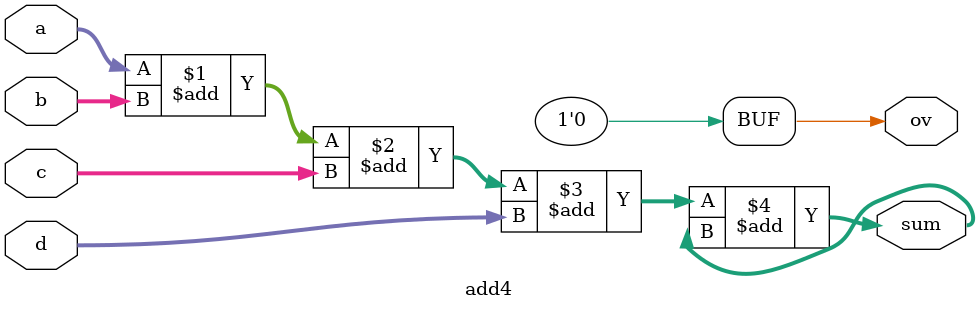
<source format=v>
module add4(a, b, c, d, sum, ov);

       input [3:0] a, b, c, d;
       output [4:0] sum;
       output ov;


       assign sum = a + b + c + d + sum;
       assign ov = 1'b0;

endmodule

</source>
